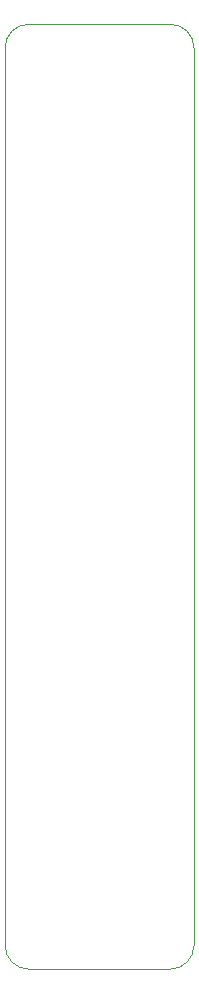
<source format=gbr>
%TF.GenerationSoftware,KiCad,Pcbnew,9.0.4*%
%TF.CreationDate,2025-10-20T17:15:32-05:00*%
%TF.ProjectId,Molecule_18650_Battery,4d6f6c65-6375-46c6-955f-31383635305f,rev?*%
%TF.SameCoordinates,Original*%
%TF.FileFunction,Profile,NP*%
%FSLAX46Y46*%
G04 Gerber Fmt 4.6, Leading zero omitted, Abs format (unit mm)*
G04 Created by KiCad (PCBNEW 9.0.4) date 2025-10-20 17:15:32*
%MOMM*%
%LPD*%
G01*
G04 APERTURE LIST*
%TA.AperFunction,Profile*%
%ADD10C,0.050000*%
%TD*%
G04 APERTURE END LIST*
D10*
X2000000Y0D02*
G75*
G02*
X0Y2000000I0J2000000D01*
G01*
X16000000Y2000000D02*
G75*
G02*
X14000000Y0I-2000000J0D01*
G01*
X0Y78000000D02*
G75*
G02*
X2000000Y80000000I2000000J0D01*
G01*
X14000000Y80000000D02*
G75*
G02*
X16000000Y78000000I0J-2000000D01*
G01*
X0Y2000000D02*
X0Y78000000D01*
X16000000Y78000000D02*
X16000000Y2000000D01*
X14000000Y0D02*
X2000000Y0D01*
X2000000Y80000000D02*
X14000000Y80000000D01*
M02*

</source>
